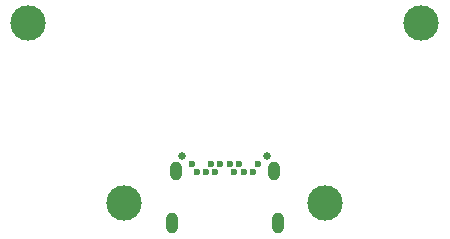
<source format=gbr>
%TF.GenerationSoftware,KiCad,Pcbnew,7.0.5*%
%TF.CreationDate,2024-03-09T10:44:33-05:00*%
%TF.ProjectId,female_connector,66656d61-6c65-45f6-936f-6e6e6563746f,rev?*%
%TF.SameCoordinates,Original*%
%TF.FileFunction,Soldermask,Bot*%
%TF.FilePolarity,Negative*%
%FSLAX46Y46*%
G04 Gerber Fmt 4.6, Leading zero omitted, Abs format (unit mm)*
G04 Created by KiCad (PCBNEW 7.0.5) date 2024-03-09 10:44:33*
%MOMM*%
%LPD*%
G01*
G04 APERTURE LIST*
%ADD10C,0.650000*%
%ADD11O,1.000000X1.600000*%
%ADD12O,1.000000X1.800000*%
%ADD13C,0.600000*%
%ADD14C,3.000000*%
G04 APERTURE END LIST*
D10*
%TO.C,J2*%
X-3600000Y-4370000D03*
X3595000Y-4335000D03*
D11*
X-4125000Y-5620000D03*
D12*
X-4485000Y-10010000D03*
X4485000Y-10010000D03*
D11*
X4125000Y-5620000D03*
D13*
X2800000Y-5020000D03*
X2400000Y-5720000D03*
X1600000Y-5720000D03*
X1200000Y-5020000D03*
X800000Y-5720000D03*
X400000Y-5020000D03*
X-400000Y-5020000D03*
X-800000Y-5720000D03*
X-1200000Y-5020000D03*
X-1600000Y-5720000D03*
X-2400000Y-5720000D03*
X-2800000Y-5020000D03*
%TD*%
D14*
%TO.C,H1*%
X-16637000Y6858000D03*
%TD*%
%TO.C,H4*%
X8509000Y-8382000D03*
%TD*%
%TO.C,H3*%
X-8509000Y-8382000D03*
%TD*%
%TO.C,H2*%
X16637000Y6858000D03*
%TD*%
M02*

</source>
